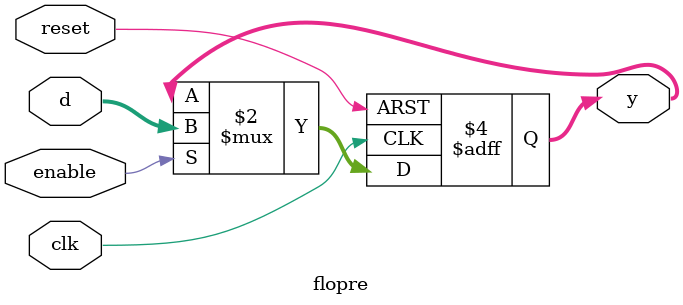
<source format=sv>
`timescale 1ns / 1ps
module flopre #(parameter W = 8)(
    input clk, reset, enable,
    input [W - 1 : 0] d,
    output reg [W - 1 : 0] y
    );
    always@(posedge clk, posedge reset) begin
        if(reset) y <= 0;
        else if(enable) y <= d;
    end
endmodule

</source>
